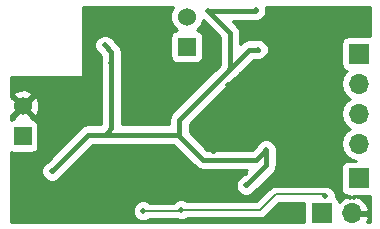
<source format=gbl>
G04 #@! TF.FileFunction,Copper,L2,Bot,Signal*
%FSLAX46Y46*%
G04 Gerber Fmt 4.6, Leading zero omitted, Abs format (unit mm)*
G04 Created by KiCad (PCBNEW 4.0.6) date 06/26/18 11:36:21*
%MOMM*%
%LPD*%
G01*
G04 APERTURE LIST*
%ADD10C,0.150000*%
%ADD11R,1.700000X1.700000*%
%ADD12O,1.700000X1.700000*%
%ADD13R,1.524000X1.524000*%
%ADD14C,1.524000*%
%ADD15C,0.508000*%
%ADD16C,0.457200*%
%ADD17C,0.152000*%
%ADD18C,0.254000*%
G04 APERTURE END LIST*
D10*
D11*
X292930000Y-143680000D03*
D12*
X295470000Y-143680000D03*
D13*
X281500000Y-129560000D03*
D14*
X281500000Y-127020000D03*
D13*
X267610000Y-137130000D03*
D14*
X267610000Y-134590000D03*
D11*
X296050000Y-140710000D03*
X296070000Y-130150000D03*
D12*
X296070000Y-132690000D03*
X296070000Y-135230000D03*
X296070000Y-137770000D03*
D15*
X286530000Y-141310000D03*
X283330000Y-126550000D03*
X285179580Y-131429580D03*
X270070000Y-140110000D03*
X288240000Y-138300000D03*
X287570000Y-129800000D03*
X280880000Y-137160000D03*
X287340000Y-126490000D03*
X274640000Y-137010000D03*
X275120000Y-130980000D03*
X274580000Y-129450000D03*
X293240000Y-142220000D03*
X281000000Y-143370000D03*
X277830000Y-143470000D03*
X285030000Y-132840000D03*
X279010000Y-142020000D03*
X286450000Y-140250000D03*
X268940000Y-142137500D03*
X279070000Y-128500000D03*
X283750000Y-138380000D03*
X286070000Y-134870000D03*
X268986000Y-135610000D03*
X276820000Y-128420000D03*
D16*
X283330000Y-126550000D02*
X287280000Y-126550000D01*
X287280000Y-126550000D02*
X287340000Y-126490000D01*
X288240000Y-139600000D02*
X288240000Y-138300000D01*
X286530000Y-141310000D02*
X288240000Y-139600000D01*
X285179580Y-131429580D02*
X285179580Y-128399580D01*
X285179580Y-128399580D02*
X283330000Y-126550000D01*
X280880000Y-137160000D02*
X280880000Y-135729160D01*
X280880000Y-135729160D02*
X285179580Y-131429580D01*
X286809160Y-129800000D02*
X287570000Y-129800000D01*
X285179580Y-131429580D02*
X286809160Y-129800000D01*
X273170000Y-137010000D02*
X274640000Y-137010000D01*
X270070000Y-140110000D02*
X273170000Y-137010000D01*
X288240000Y-138300000D02*
X287390000Y-139150000D01*
X282870000Y-139150000D02*
X280880000Y-137160000D01*
X287390000Y-139150000D02*
X282870000Y-139150000D01*
X280730000Y-137010000D02*
X280880000Y-137160000D01*
X274640000Y-137010000D02*
X279270000Y-137010000D01*
X279270000Y-137010000D02*
X280730000Y-137010000D01*
X275120000Y-130980000D02*
X275120000Y-136450000D01*
X275120000Y-136450000D02*
X274640000Y-137010000D01*
X275120000Y-129990000D02*
X275120000Y-130980000D01*
X274580000Y-129450000D02*
X275120000Y-129990000D01*
D17*
X287700000Y-143370000D02*
X281000000Y-143370000D01*
X289030000Y-142040000D02*
X287700000Y-143370000D01*
X293060000Y-142040000D02*
X289030000Y-142040000D01*
X293240000Y-142220000D02*
X293060000Y-142040000D01*
X281000000Y-143370000D02*
X280900000Y-143470000D01*
X280900000Y-143470000D02*
X277830000Y-143470000D01*
X295470000Y-143680000D02*
X295470000Y-142930000D01*
D16*
X285030000Y-132840000D02*
X285030000Y-133830000D01*
X285030000Y-133830000D02*
X286070000Y-134870000D01*
X280780000Y-140250000D02*
X286450000Y-140250000D01*
X280780000Y-140250000D02*
X279010000Y-142020000D01*
X268986000Y-135610000D02*
X268986000Y-142091500D01*
D17*
X268986000Y-142091500D02*
X268940000Y-142137500D01*
X279070000Y-128500000D02*
X279040000Y-128500000D01*
D16*
X286070000Y-136060000D02*
X286070000Y-134870000D01*
X283750000Y-138380000D02*
X286070000Y-136060000D01*
D17*
X268986000Y-135610000D02*
X268990000Y-135610000D01*
X276810000Y-128430000D02*
X276800000Y-128430000D01*
X276820000Y-128420000D02*
X276810000Y-128430000D01*
D18*
G36*
X296995000Y-144405000D02*
X296738613Y-144405000D01*
X296911486Y-144036892D01*
X296790819Y-143807000D01*
X295597000Y-143807000D01*
X295597000Y-143827000D01*
X295343000Y-143827000D01*
X295343000Y-143807000D01*
X295323000Y-143807000D01*
X295323000Y-143553000D01*
X295343000Y-143553000D01*
X295343000Y-143533000D01*
X295597000Y-143533000D01*
X295597000Y-143553000D01*
X296790819Y-143553000D01*
X296911486Y-143323108D01*
X296665183Y-142798642D01*
X296236924Y-142408355D01*
X295826890Y-142238524D01*
X295597002Y-142359844D01*
X295597002Y-142207440D01*
X296900000Y-142207440D01*
X296995000Y-142189564D01*
X296995000Y-144405000D01*
X296995000Y-144405000D01*
G37*
X296995000Y-144405000D02*
X296738613Y-144405000D01*
X296911486Y-144036892D01*
X296790819Y-143807000D01*
X295597000Y-143807000D01*
X295597000Y-143827000D01*
X295343000Y-143827000D01*
X295343000Y-143807000D01*
X295323000Y-143807000D01*
X295323000Y-143553000D01*
X295343000Y-143553000D01*
X295343000Y-143533000D01*
X295597000Y-143533000D01*
X295597000Y-143553000D01*
X296790819Y-143553000D01*
X296911486Y-143323108D01*
X296665183Y-142798642D01*
X296236924Y-142408355D01*
X295826890Y-142238524D01*
X295597002Y-142359844D01*
X295597002Y-142207440D01*
X296900000Y-142207440D01*
X296995000Y-142189564D01*
X296995000Y-144405000D01*
G36*
X280316371Y-126227630D02*
X280103243Y-126740900D01*
X280102758Y-127296661D01*
X280314990Y-127810303D01*
X280667833Y-128163763D01*
X280502683Y-128194838D01*
X280286559Y-128333910D01*
X280141569Y-128546110D01*
X280090560Y-128798000D01*
X280090560Y-130322000D01*
X280134838Y-130557317D01*
X280273910Y-130773441D01*
X280486110Y-130918431D01*
X280738000Y-130969440D01*
X282262000Y-130969440D01*
X282497317Y-130925162D01*
X282713441Y-130786090D01*
X282858431Y-130573890D01*
X282909440Y-130322000D01*
X282909440Y-128798000D01*
X282865162Y-128562683D01*
X282726090Y-128346559D01*
X282513890Y-128201569D01*
X282330876Y-128164508D01*
X282683629Y-127812370D01*
X282884858Y-127327756D01*
X282887567Y-127328881D01*
X284315980Y-128757295D01*
X284315980Y-131071865D01*
X280269343Y-135118503D01*
X280082138Y-135398675D01*
X280016400Y-135729160D01*
X280016400Y-136146400D01*
X275983600Y-136146400D01*
X275983600Y-131218408D01*
X276008846Y-131157609D01*
X276009154Y-130803943D01*
X275983600Y-130742098D01*
X275983600Y-129990000D01*
X275917862Y-129659515D01*
X275917862Y-129659514D01*
X275730657Y-129379342D01*
X275359236Y-129007922D01*
X275334097Y-128947080D01*
X275084236Y-128696782D01*
X274757609Y-128561154D01*
X274403943Y-128560846D01*
X274077080Y-128695903D01*
X273826782Y-128945764D01*
X273691154Y-129272391D01*
X273690846Y-129626057D01*
X273825903Y-129952920D01*
X274075764Y-130203218D01*
X274137566Y-130228881D01*
X274256400Y-130347715D01*
X274256400Y-130741592D01*
X274231154Y-130802391D01*
X274230846Y-131156057D01*
X274256400Y-131217902D01*
X274256400Y-136130533D01*
X274242800Y-136146400D01*
X273170000Y-136146400D01*
X272839515Y-136212138D01*
X272559343Y-136399343D01*
X269627923Y-139330763D01*
X269567080Y-139355903D01*
X269316782Y-139605764D01*
X269181154Y-139932391D01*
X269180846Y-140286057D01*
X269315903Y-140612920D01*
X269565764Y-140863218D01*
X269892391Y-140998846D01*
X270246057Y-140999154D01*
X270572920Y-140864097D01*
X270823218Y-140614236D01*
X270848881Y-140552433D01*
X273527714Y-137873600D01*
X274401592Y-137873600D01*
X274462391Y-137898846D01*
X274816057Y-137899154D01*
X274877902Y-137873600D01*
X280336215Y-137873600D01*
X280375764Y-137913218D01*
X280437567Y-137938881D01*
X282259343Y-139760657D01*
X282539515Y-139947862D01*
X282870000Y-140013600D01*
X286605086Y-140013600D01*
X286087923Y-140530763D01*
X286027080Y-140555903D01*
X285776782Y-140805764D01*
X285641154Y-141132391D01*
X285640846Y-141486057D01*
X285775903Y-141812920D01*
X286025764Y-142063218D01*
X286352391Y-142198846D01*
X286706057Y-142199154D01*
X287032920Y-142064097D01*
X287283218Y-141814236D01*
X287308881Y-141752433D01*
X288850657Y-140210658D01*
X289037862Y-139930486D01*
X289071643Y-139760657D01*
X289103600Y-139600000D01*
X289103600Y-138538408D01*
X289128846Y-138477609D01*
X289129154Y-138123943D01*
X288994097Y-137797080D01*
X288744236Y-137546782D01*
X288417609Y-137411154D01*
X288063943Y-137410846D01*
X287737080Y-137545903D01*
X287486782Y-137795764D01*
X287461120Y-137857566D01*
X287032286Y-138286400D01*
X283227714Y-138286400D01*
X281743600Y-136802286D01*
X281743600Y-136086874D01*
X285621659Y-132208816D01*
X285682500Y-132183677D01*
X285932798Y-131933816D01*
X285958461Y-131872013D01*
X287166875Y-130663600D01*
X287331592Y-130663600D01*
X287392391Y-130688846D01*
X287746057Y-130689154D01*
X288072920Y-130554097D01*
X288323218Y-130304236D01*
X288458846Y-129977609D01*
X288459154Y-129623943D01*
X288324097Y-129297080D01*
X288074236Y-129046782D01*
X287747609Y-128911154D01*
X287393943Y-128910846D01*
X287332098Y-128936400D01*
X286809160Y-128936400D01*
X286533505Y-128991231D01*
X286478674Y-129002138D01*
X286198502Y-129189343D01*
X286043180Y-129344665D01*
X286043180Y-128399580D01*
X285977442Y-128069095D01*
X285977442Y-128069094D01*
X285790237Y-127788922D01*
X285414915Y-127413600D01*
X287280000Y-127413600D01*
X287453445Y-127379099D01*
X287516057Y-127379154D01*
X287574434Y-127355033D01*
X287610485Y-127347862D01*
X287640780Y-127327620D01*
X287842920Y-127244097D01*
X288093218Y-126994236D01*
X288228846Y-126667609D01*
X288229154Y-126313943D01*
X288180008Y-126195000D01*
X296995000Y-126195000D01*
X296995000Y-128667748D01*
X296920000Y-128652560D01*
X295220000Y-128652560D01*
X294984683Y-128696838D01*
X294768559Y-128835910D01*
X294623569Y-129048110D01*
X294572560Y-129300000D01*
X294572560Y-131000000D01*
X294616838Y-131235317D01*
X294755910Y-131451441D01*
X294968110Y-131596431D01*
X295035541Y-131610086D01*
X294990853Y-131639946D01*
X294668946Y-132121715D01*
X294555907Y-132690000D01*
X294668946Y-133258285D01*
X294990853Y-133740054D01*
X295320026Y-133960000D01*
X294990853Y-134179946D01*
X294668946Y-134661715D01*
X294555907Y-135230000D01*
X294668946Y-135798285D01*
X294990853Y-136280054D01*
X295320026Y-136500000D01*
X294990853Y-136719946D01*
X294668946Y-137201715D01*
X294555907Y-137770000D01*
X294668946Y-138338285D01*
X294990853Y-138820054D01*
X295472622Y-139141961D01*
X295827547Y-139212560D01*
X295200000Y-139212560D01*
X294964683Y-139256838D01*
X294748559Y-139395910D01*
X294603569Y-139608110D01*
X294552560Y-139860000D01*
X294552560Y-141560000D01*
X294596838Y-141795317D01*
X294735910Y-142011441D01*
X294948110Y-142156431D01*
X295200000Y-142207440D01*
X295342998Y-142207440D01*
X295342998Y-142359844D01*
X295113110Y-142238524D01*
X294703076Y-142408355D01*
X294400063Y-142684501D01*
X294383162Y-142594683D01*
X294244090Y-142378559D01*
X294128931Y-142299874D01*
X294129154Y-142043943D01*
X293994097Y-141717080D01*
X293744236Y-141466782D01*
X293417609Y-141331154D01*
X293069304Y-141330851D01*
X293060000Y-141329000D01*
X289030000Y-141329000D01*
X288757912Y-141383122D01*
X288527247Y-141537247D01*
X287405494Y-142659000D01*
X281546380Y-142659000D01*
X281504236Y-142616782D01*
X281177609Y-142481154D01*
X280823943Y-142480846D01*
X280497080Y-142615903D01*
X280353733Y-142759000D01*
X278376380Y-142759000D01*
X278334236Y-142716782D01*
X278007609Y-142581154D01*
X277653943Y-142580846D01*
X277327080Y-142715903D01*
X277076782Y-142965764D01*
X276941154Y-143292391D01*
X276940846Y-143646057D01*
X277075903Y-143972920D01*
X277325764Y-144223218D01*
X277652391Y-144358846D01*
X278006057Y-144359154D01*
X278332920Y-144224097D01*
X278376092Y-144181000D01*
X280634918Y-144181000D01*
X280822391Y-144258846D01*
X281176057Y-144259154D01*
X281502920Y-144124097D01*
X281546092Y-144081000D01*
X287700000Y-144081000D01*
X287972088Y-144026878D01*
X288202753Y-143872753D01*
X289324506Y-142751000D01*
X291448558Y-142751000D01*
X291432560Y-142830000D01*
X291432560Y-144405000D01*
X266585000Y-144405000D01*
X266585000Y-138480840D01*
X266596110Y-138488431D01*
X266848000Y-138539440D01*
X268372000Y-138539440D01*
X268607317Y-138495162D01*
X268823441Y-138356090D01*
X268968431Y-138143890D01*
X269019440Y-137892000D01*
X269019440Y-136368000D01*
X268975162Y-136132683D01*
X268836090Y-135916559D01*
X268623890Y-135771569D01*
X268372000Y-135720560D01*
X268367484Y-135720560D01*
X268410608Y-135570213D01*
X267610000Y-134769605D01*
X266809392Y-135570213D01*
X266852516Y-135720560D01*
X266848000Y-135720560D01*
X266612683Y-135764838D01*
X266585000Y-135782652D01*
X266585000Y-135377762D01*
X266629787Y-135390608D01*
X267430395Y-134590000D01*
X267789605Y-134590000D01*
X268590213Y-135390608D01*
X268832397Y-135321143D01*
X269019144Y-134797698D01*
X268991362Y-134242632D01*
X268832397Y-133858857D01*
X268590213Y-133789392D01*
X267789605Y-134590000D01*
X267430395Y-134590000D01*
X266629787Y-133789392D01*
X266585000Y-133802238D01*
X266585000Y-133609787D01*
X266809392Y-133609787D01*
X267610000Y-134410395D01*
X268410608Y-133609787D01*
X268341143Y-133367603D01*
X267817698Y-133180856D01*
X267262632Y-133208638D01*
X266878857Y-133367603D01*
X266809392Y-133609787D01*
X266585000Y-133609787D01*
X266585000Y-132127000D01*
X272550000Y-132127000D01*
X272599410Y-132116994D01*
X272641035Y-132088553D01*
X272668315Y-132046159D01*
X272677000Y-132000000D01*
X272677000Y-126195000D01*
X280349058Y-126195000D01*
X280316371Y-126227630D01*
X280316371Y-126227630D01*
G37*
X280316371Y-126227630D02*
X280103243Y-126740900D01*
X280102758Y-127296661D01*
X280314990Y-127810303D01*
X280667833Y-128163763D01*
X280502683Y-128194838D01*
X280286559Y-128333910D01*
X280141569Y-128546110D01*
X280090560Y-128798000D01*
X280090560Y-130322000D01*
X280134838Y-130557317D01*
X280273910Y-130773441D01*
X280486110Y-130918431D01*
X280738000Y-130969440D01*
X282262000Y-130969440D01*
X282497317Y-130925162D01*
X282713441Y-130786090D01*
X282858431Y-130573890D01*
X282909440Y-130322000D01*
X282909440Y-128798000D01*
X282865162Y-128562683D01*
X282726090Y-128346559D01*
X282513890Y-128201569D01*
X282330876Y-128164508D01*
X282683629Y-127812370D01*
X282884858Y-127327756D01*
X282887567Y-127328881D01*
X284315980Y-128757295D01*
X284315980Y-131071865D01*
X280269343Y-135118503D01*
X280082138Y-135398675D01*
X280016400Y-135729160D01*
X280016400Y-136146400D01*
X275983600Y-136146400D01*
X275983600Y-131218408D01*
X276008846Y-131157609D01*
X276009154Y-130803943D01*
X275983600Y-130742098D01*
X275983600Y-129990000D01*
X275917862Y-129659515D01*
X275917862Y-129659514D01*
X275730657Y-129379342D01*
X275359236Y-129007922D01*
X275334097Y-128947080D01*
X275084236Y-128696782D01*
X274757609Y-128561154D01*
X274403943Y-128560846D01*
X274077080Y-128695903D01*
X273826782Y-128945764D01*
X273691154Y-129272391D01*
X273690846Y-129626057D01*
X273825903Y-129952920D01*
X274075764Y-130203218D01*
X274137566Y-130228881D01*
X274256400Y-130347715D01*
X274256400Y-130741592D01*
X274231154Y-130802391D01*
X274230846Y-131156057D01*
X274256400Y-131217902D01*
X274256400Y-136130533D01*
X274242800Y-136146400D01*
X273170000Y-136146400D01*
X272839515Y-136212138D01*
X272559343Y-136399343D01*
X269627923Y-139330763D01*
X269567080Y-139355903D01*
X269316782Y-139605764D01*
X269181154Y-139932391D01*
X269180846Y-140286057D01*
X269315903Y-140612920D01*
X269565764Y-140863218D01*
X269892391Y-140998846D01*
X270246057Y-140999154D01*
X270572920Y-140864097D01*
X270823218Y-140614236D01*
X270848881Y-140552433D01*
X273527714Y-137873600D01*
X274401592Y-137873600D01*
X274462391Y-137898846D01*
X274816057Y-137899154D01*
X274877902Y-137873600D01*
X280336215Y-137873600D01*
X280375764Y-137913218D01*
X280437567Y-137938881D01*
X282259343Y-139760657D01*
X282539515Y-139947862D01*
X282870000Y-140013600D01*
X286605086Y-140013600D01*
X286087923Y-140530763D01*
X286027080Y-140555903D01*
X285776782Y-140805764D01*
X285641154Y-141132391D01*
X285640846Y-141486057D01*
X285775903Y-141812920D01*
X286025764Y-142063218D01*
X286352391Y-142198846D01*
X286706057Y-142199154D01*
X287032920Y-142064097D01*
X287283218Y-141814236D01*
X287308881Y-141752433D01*
X288850657Y-140210658D01*
X289037862Y-139930486D01*
X289071643Y-139760657D01*
X289103600Y-139600000D01*
X289103600Y-138538408D01*
X289128846Y-138477609D01*
X289129154Y-138123943D01*
X288994097Y-137797080D01*
X288744236Y-137546782D01*
X288417609Y-137411154D01*
X288063943Y-137410846D01*
X287737080Y-137545903D01*
X287486782Y-137795764D01*
X287461120Y-137857566D01*
X287032286Y-138286400D01*
X283227714Y-138286400D01*
X281743600Y-136802286D01*
X281743600Y-136086874D01*
X285621659Y-132208816D01*
X285682500Y-132183677D01*
X285932798Y-131933816D01*
X285958461Y-131872013D01*
X287166875Y-130663600D01*
X287331592Y-130663600D01*
X287392391Y-130688846D01*
X287746057Y-130689154D01*
X288072920Y-130554097D01*
X288323218Y-130304236D01*
X288458846Y-129977609D01*
X288459154Y-129623943D01*
X288324097Y-129297080D01*
X288074236Y-129046782D01*
X287747609Y-128911154D01*
X287393943Y-128910846D01*
X287332098Y-128936400D01*
X286809160Y-128936400D01*
X286533505Y-128991231D01*
X286478674Y-129002138D01*
X286198502Y-129189343D01*
X286043180Y-129344665D01*
X286043180Y-128399580D01*
X285977442Y-128069095D01*
X285977442Y-128069094D01*
X285790237Y-127788922D01*
X285414915Y-127413600D01*
X287280000Y-127413600D01*
X287453445Y-127379099D01*
X287516057Y-127379154D01*
X287574434Y-127355033D01*
X287610485Y-127347862D01*
X287640780Y-127327620D01*
X287842920Y-127244097D01*
X288093218Y-126994236D01*
X288228846Y-126667609D01*
X288229154Y-126313943D01*
X288180008Y-126195000D01*
X296995000Y-126195000D01*
X296995000Y-128667748D01*
X296920000Y-128652560D01*
X295220000Y-128652560D01*
X294984683Y-128696838D01*
X294768559Y-128835910D01*
X294623569Y-129048110D01*
X294572560Y-129300000D01*
X294572560Y-131000000D01*
X294616838Y-131235317D01*
X294755910Y-131451441D01*
X294968110Y-131596431D01*
X295035541Y-131610086D01*
X294990853Y-131639946D01*
X294668946Y-132121715D01*
X294555907Y-132690000D01*
X294668946Y-133258285D01*
X294990853Y-133740054D01*
X295320026Y-133960000D01*
X294990853Y-134179946D01*
X294668946Y-134661715D01*
X294555907Y-135230000D01*
X294668946Y-135798285D01*
X294990853Y-136280054D01*
X295320026Y-136500000D01*
X294990853Y-136719946D01*
X294668946Y-137201715D01*
X294555907Y-137770000D01*
X294668946Y-138338285D01*
X294990853Y-138820054D01*
X295472622Y-139141961D01*
X295827547Y-139212560D01*
X295200000Y-139212560D01*
X294964683Y-139256838D01*
X294748559Y-139395910D01*
X294603569Y-139608110D01*
X294552560Y-139860000D01*
X294552560Y-141560000D01*
X294596838Y-141795317D01*
X294735910Y-142011441D01*
X294948110Y-142156431D01*
X295200000Y-142207440D01*
X295342998Y-142207440D01*
X295342998Y-142359844D01*
X295113110Y-142238524D01*
X294703076Y-142408355D01*
X294400063Y-142684501D01*
X294383162Y-142594683D01*
X294244090Y-142378559D01*
X294128931Y-142299874D01*
X294129154Y-142043943D01*
X293994097Y-141717080D01*
X293744236Y-141466782D01*
X293417609Y-141331154D01*
X293069304Y-141330851D01*
X293060000Y-141329000D01*
X289030000Y-141329000D01*
X288757912Y-141383122D01*
X288527247Y-141537247D01*
X287405494Y-142659000D01*
X281546380Y-142659000D01*
X281504236Y-142616782D01*
X281177609Y-142481154D01*
X280823943Y-142480846D01*
X280497080Y-142615903D01*
X280353733Y-142759000D01*
X278376380Y-142759000D01*
X278334236Y-142716782D01*
X278007609Y-142581154D01*
X277653943Y-142580846D01*
X277327080Y-142715903D01*
X277076782Y-142965764D01*
X276941154Y-143292391D01*
X276940846Y-143646057D01*
X277075903Y-143972920D01*
X277325764Y-144223218D01*
X277652391Y-144358846D01*
X278006057Y-144359154D01*
X278332920Y-144224097D01*
X278376092Y-144181000D01*
X280634918Y-144181000D01*
X280822391Y-144258846D01*
X281176057Y-144259154D01*
X281502920Y-144124097D01*
X281546092Y-144081000D01*
X287700000Y-144081000D01*
X287972088Y-144026878D01*
X288202753Y-143872753D01*
X289324506Y-142751000D01*
X291448558Y-142751000D01*
X291432560Y-142830000D01*
X291432560Y-144405000D01*
X266585000Y-144405000D01*
X266585000Y-138480840D01*
X266596110Y-138488431D01*
X266848000Y-138539440D01*
X268372000Y-138539440D01*
X268607317Y-138495162D01*
X268823441Y-138356090D01*
X268968431Y-138143890D01*
X269019440Y-137892000D01*
X269019440Y-136368000D01*
X268975162Y-136132683D01*
X268836090Y-135916559D01*
X268623890Y-135771569D01*
X268372000Y-135720560D01*
X268367484Y-135720560D01*
X268410608Y-135570213D01*
X267610000Y-134769605D01*
X266809392Y-135570213D01*
X266852516Y-135720560D01*
X266848000Y-135720560D01*
X266612683Y-135764838D01*
X266585000Y-135782652D01*
X266585000Y-135377762D01*
X266629787Y-135390608D01*
X267430395Y-134590000D01*
X267789605Y-134590000D01*
X268590213Y-135390608D01*
X268832397Y-135321143D01*
X269019144Y-134797698D01*
X268991362Y-134242632D01*
X268832397Y-133858857D01*
X268590213Y-133789392D01*
X267789605Y-134590000D01*
X267430395Y-134590000D01*
X266629787Y-133789392D01*
X266585000Y-133802238D01*
X266585000Y-133609787D01*
X266809392Y-133609787D01*
X267610000Y-134410395D01*
X268410608Y-133609787D01*
X268341143Y-133367603D01*
X267817698Y-133180856D01*
X267262632Y-133208638D01*
X266878857Y-133367603D01*
X266809392Y-133609787D01*
X266585000Y-133609787D01*
X266585000Y-132127000D01*
X272550000Y-132127000D01*
X272599410Y-132116994D01*
X272641035Y-132088553D01*
X272668315Y-132046159D01*
X272677000Y-132000000D01*
X272677000Y-126195000D01*
X280349058Y-126195000D01*
X280316371Y-126227630D01*
M02*

</source>
